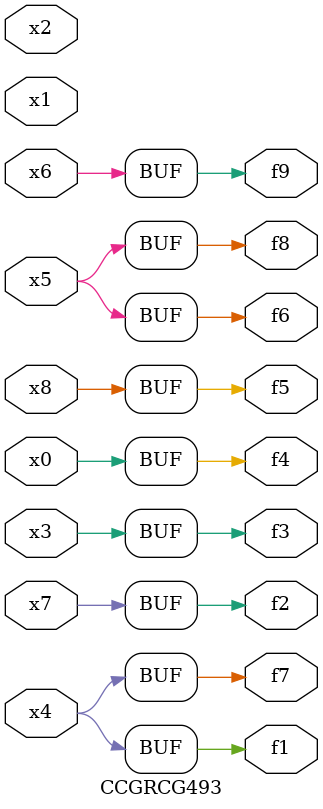
<source format=v>
module CCGRCG493(
	input x0, x1, x2, x3, x4, x5, x6, x7, x8,
	output f1, f2, f3, f4, f5, f6, f7, f8, f9
);
	assign f1 = x4;
	assign f2 = x7;
	assign f3 = x3;
	assign f4 = x0;
	assign f5 = x8;
	assign f6 = x5;
	assign f7 = x4;
	assign f8 = x5;
	assign f9 = x6;
endmodule

</source>
